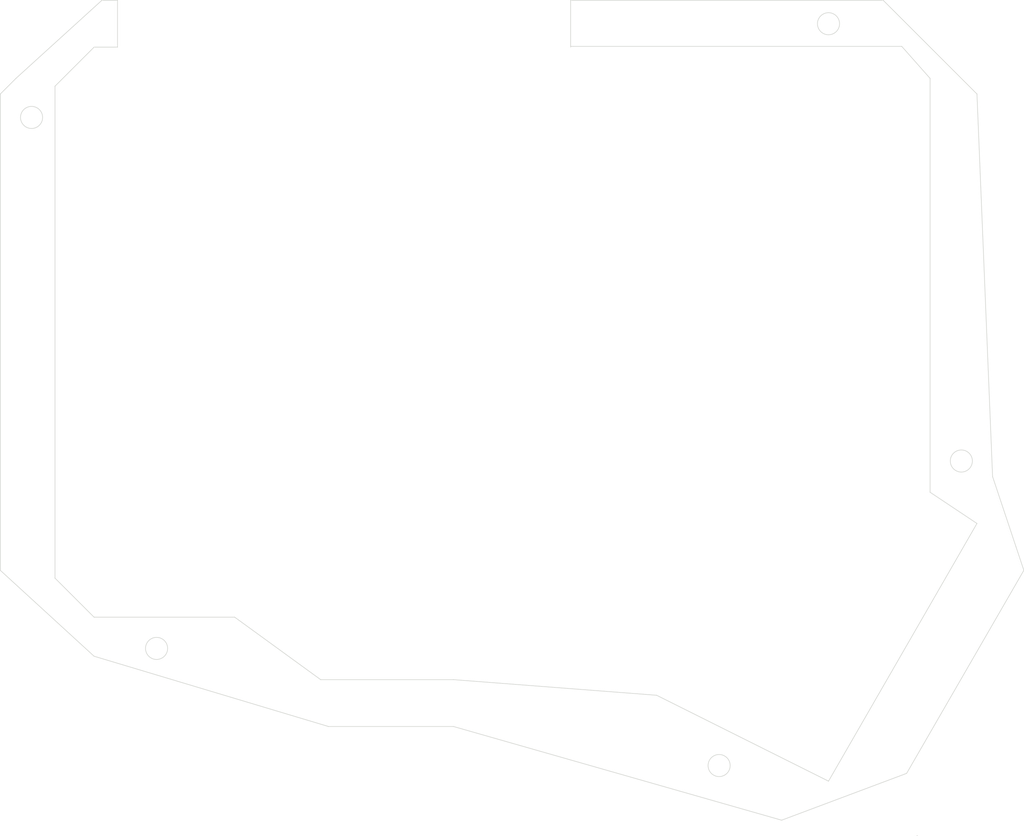
<source format=kicad_pcb>
(kicad_pcb (version 20171130) (host pcbnew "(5.1.2)-2")

  (general
    (thickness 1.6)
    (drawings 37)
    (tracks 0)
    (zones 0)
    (modules 0)
    (nets 1)
  )

  (page A4)
  (title_block
    (title "Redox keyboard PCB")
    (date 2018-05-05)
    (rev 1.0)
    (comment 1 "designed by Mattia Dal Ben (aka u/TiaMaT102)")
    (comment 2 https://github.com/mattdibi/redox-keyboard)
  )

  (layers
    (0 F.Cu signal hide)
    (31 B.Cu signal hide)
    (32 B.Adhes user hide)
    (33 F.Adhes user hide)
    (34 B.Paste user hide)
    (35 F.Paste user hide)
    (36 B.SilkS user hide)
    (37 F.SilkS user hide)
    (38 B.Mask user hide)
    (39 F.Mask user hide)
    (40 Dwgs.User user hide)
    (41 Cmts.User user hide)
    (42 Eco1.User user hide)
    (43 Eco2.User user hide)
    (44 Edge.Cuts user)
    (45 Margin user hide)
    (46 B.CrtYd user hide)
    (47 F.CrtYd user hide)
    (48 B.Fab user hide)
    (49 F.Fab user hide)
  )

  (setup
    (last_trace_width 0.25)
    (trace_clearance 0.2)
    (zone_clearance 0.508)
    (zone_45_only no)
    (trace_min 0.2)
    (via_size 0.6)
    (via_drill 0.4)
    (via_min_size 0.4)
    (via_min_drill 0.3)
    (uvia_size 0.3)
    (uvia_drill 0.1)
    (uvias_allowed no)
    (uvia_min_size 0.2)
    (uvia_min_drill 0.1)
    (edge_width 0.1)
    (segment_width 0.2)
    (pcb_text_width 0.3)
    (pcb_text_size 1.5 1.5)
    (mod_edge_width 0.15)
    (mod_text_size 1 1)
    (mod_text_width 0.15)
    (pad_size 1.5 1.5)
    (pad_drill 0.6)
    (pad_to_mask_clearance 0)
    (aux_axis_origin 0 0)
    (visible_elements 7FFFFFFF)
    (pcbplotparams
      (layerselection 0x010fc_ffffffff)
      (usegerberextensions true)
      (usegerberattributes false)
      (usegerberadvancedattributes false)
      (creategerberjobfile false)
      (excludeedgelayer true)
      (linewidth 0.100000)
      (plotframeref false)
      (viasonmask false)
      (mode 1)
      (useauxorigin false)
      (hpglpennumber 1)
      (hpglpenspeed 20)
      (hpglpendiameter 15.000000)
      (psnegative false)
      (psa4output false)
      (plotreference true)
      (plotvalue true)
      (plotinvisibletext false)
      (padsonsilk false)
      (subtractmaskfromsilk false)
      (outputformat 1)
      (mirror false)
      (drillshape 0)
      (scaleselection 1)
      (outputdirectory "gerber_files/"))
  )

  (net 0 "")

  (net_class Default "Questo è il gruppo di collegamenti predefinito"
    (clearance 0.2)
    (trace_width 0.25)
    (via_dia 0.6)
    (via_drill 0.4)
    (uvia_dia 0.3)
    (uvia_drill 0.1)
  )

  (gr_circle (center 73.66 58.42) (end 74.93 59.69) (layer Edge.Cuts) (width 0.1) (tstamp 5DB50AE1))
  (gr_circle (center 93.98 144.78) (end 95.25 146.05) (layer Edge.Cuts) (width 0.1) (tstamp 5DB50AE1))
  (gr_circle (center 185.42 163.83) (end 186.69 165.1) (layer Edge.Cuts) (width 0.1) (tstamp 5DB50AE1))
  (gr_circle (center 224.79 114.3) (end 226.06 115.57) (layer Edge.Cuts) (width 0.1) (tstamp 5DB50AE1))
  (gr_circle (center 203.2 43.18) (end 204.47 44.45) (layer Edge.Cuts) (width 0.1))
  (gr_line (start 83.82 46.99) (end 87.63 46.99) (layer Edge.Cuts) (width 0.1) (tstamp 5DB50A13))
  (gr_line (start 87.63 39.37) (end 87.63 46.99) (layer Edge.Cuts) (width 0.1) (tstamp 5DB50976))
  (gr_line (start 161.29 46.99) (end 161.29 39.37) (layer Edge.Cuts) (width 0.1) (tstamp 5DB50975))
  (gr_line (start 77.47 53.34) (end 83.82 46.99) (layer Edge.Cuts) (width 0.1))
  (gr_line (start 77.47 133.35) (end 77.47 53.34) (layer Edge.Cuts) (width 0.1))
  (gr_line (start 83.82 139.7) (end 77.47 133.35) (layer Edge.Cuts) (width 0.1))
  (gr_line (start 106.68 139.7) (end 83.82 139.7) (layer Edge.Cuts) (width 0.1))
  (gr_line (start 120.65 149.86) (end 106.68 139.7) (layer Edge.Cuts) (width 0.1))
  (gr_line (start 142.24 149.86) (end 120.65 149.86) (layer Edge.Cuts) (width 0.1))
  (gr_line (start 175.26 152.4) (end 142.24 149.86) (layer Edge.Cuts) (width 0.1))
  (gr_line (start 203.2 166.37) (end 175.26 152.4) (layer Edge.Cuts) (width 0.1))
  (gr_line (start 227.33 124.46) (end 203.2 166.37) (layer Edge.Cuts) (width 0.1))
  (gr_line (start 219.71 119.38) (end 227.33 124.46) (layer Edge.Cuts) (width 0.1))
  (gr_line (start 219.71 52.07) (end 219.71 119.38) (layer Edge.Cuts) (width 0.1))
  (gr_line (start 215.10625 46.863) (end 219.71 52.07) (layer Edge.Cuts) (width 0.1))
  (gr_line (start 215.10625 46.863) (end 161.29 46.863) (angle 90) (layer Edge.Cuts) (width 0.1) (tstamp 5DB47918))
  (gr_line (start 68.58 54.61) (end 68.58 132.08) (layer Edge.Cuts) (width 0.1))
  (gr_line (start 71.12 52.07) (end 68.58 54.61) (layer Edge.Cuts) (width 0.1))
  (gr_line (start 71.12 52.07) (end 85.09 39.37) (layer Edge.Cuts) (width 0.1) (tstamp 5DB46CBB))
  (gr_line (start 83.82 146.05) (end 68.58 132.08) (layer Edge.Cuts) (width 0.1))
  (gr_line (start 121.92 157.48) (end 83.82 146.05) (layer Edge.Cuts) (width 0.1))
  (gr_line (start 142.24 157.48) (end 121.92 157.48) (layer Edge.Cuts) (width 0.1))
  (gr_line (start 195.58 172.72) (end 142.24 157.48) (layer Edge.Cuts) (width 0.1))
  (gr_line (start 215.9 165.1) (end 195.58 172.72) (layer Edge.Cuts) (width 0.1))
  (gr_line (start 234.95 132.08) (end 215.9 165.1) (layer Edge.Cuts) (width 0.1))
  (gr_line (start 233.68 128.27) (end 234.95 132.08) (layer Edge.Cuts) (width 0.1))
  (gr_line (start 229.87 116.84) (end 233.68 128.27) (layer Edge.Cuts) (width 0.1))
  (gr_line (start 227.33 54.61) (end 229.87 116.84) (layer Edge.Cuts) (width 0.1))
  (gr_line (start 212.09 39.37) (end 227.33 54.61) (layer Edge.Cuts) (width 0.1))
  (gr_line (start 161.29 39.37) (end 212.09 39.37) (layer Edge.Cuts) (width 0.1))
  (gr_line (start 85.09 39.37) (end 87.63 39.37) (layer Edge.Cuts) (width 0.1))
  (gr_line (start 217.551 175.26) (end 217.678 175.26) (angle 90) (layer Edge.Cuts) (width 0.1))

)

</source>
